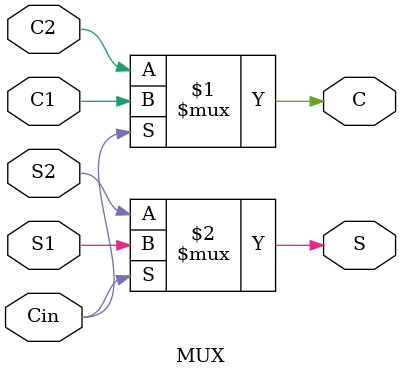
<source format=v>
module MUX(Cin, C1, C2, S1, S2, C, S);
input Cin, C1, C2, S1, S2;
output C, S;

assign C = Cin ? C1 : C2;
assign S = Cin ? S1 : S2;
endmodule
</source>
